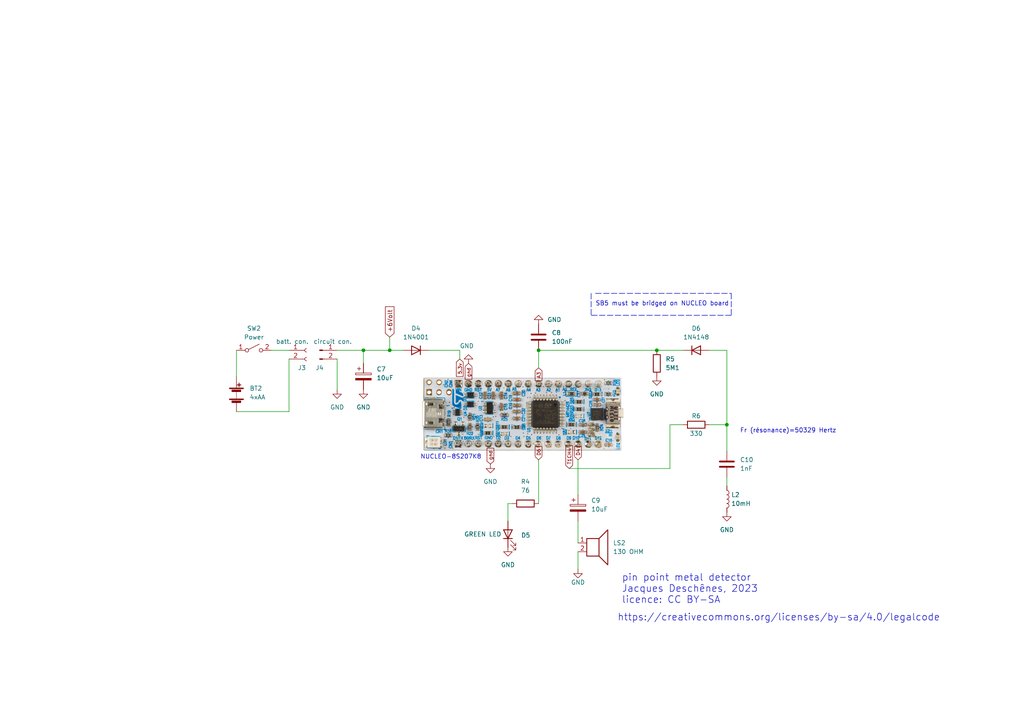
<source format=kicad_sch>
(kicad_sch (version 20211123) (generator eeschema)
  (paper "A4")
  (lib_symbols
    (symbol "Connector:Conn_01x02_Female" (pin_names (offset 1.016) hide)
      (property "Reference" "J" (at 0 2.54 0))
      (property "Value" "Conn_01x02_Female" (at 0 -5.08 0))
      (symbol "Conn_01x02_Female_1_1"
        (arc (start 0 -2.032) (mid -0.508 -2.54) (end 0 -3.048) (stroke (width 0.1524)))
        (polyline (pts (xy -1.27 -2.54) (xy -0.508 -2.54)) (stroke (width 0.1524)))
        (polyline (pts (xy -1.27 0) (xy -0.508 0)) (stroke (width 0.1524)))
        (arc (start 0 0.508) (mid -0.508 0) (end 0 -0.508) (stroke (width 0.1524)))
        (pin passive line (at -5.08 0 0) (length 3.81) (name "Pin_1") (number "1"))
        (pin passive line (at -5.08 -2.54 0) (length 3.81) (name "Pin_2") (number "2"))
      )
    )
    (symbol "Connector:Conn_01x02_Male" (pin_names (offset 1.016) hide)
      (property "Reference" "J" (at 0 2.54 0))
      (property "Value" "Conn_01x02_Male" (at 0 -5.08 0))
      (symbol "Conn_01x02_Male_1_1"
        (polyline (pts (xy 1.27 -2.54) (xy 0.8636 -2.54)) (stroke (width 0.1524)))
        (polyline (pts (xy 1.27 0) (xy 0.8636 0)) (stroke (width 0.1524)))
        (rectangle (start 0.8636 -2.413) (end 0 -2.667) (stroke (width 0.1524)) (fill (type outline)))
        (rectangle (start 0.8636 0.127) (end 0 -0.127) (stroke (width 0.1524)) (fill (type outline)))
        (pin passive line (at 5.08 0 180) (length 3.81) (name "Pin_1") (number "1"))
        (pin passive line (at 5.08 -2.54 180) (length 3.81) (name "Pin_2") (number "2"))
      )
    )
    (symbol "Device:Battery" (pin_numbers hide) (pin_names (offset 0) hide)
      (property "Reference" "BT" (at 2.54 2.54 0))
      (property "Value" "Battery" (at 2.54 0 0))
      (symbol "Battery_0_1"
        (rectangle (start -2.032 -1.397) (end 2.032 -1.651) (fill (type outline)))
        (rectangle (start -2.032 1.778) (end 2.032 1.524) (fill (type outline)))
        (rectangle (start -1.3208 -1.9812) (end 1.27 -2.4892) (fill (type outline)))
        (rectangle (start -1.3208 1.1938) (end 1.27 0.6858) (fill (type outline)))
        (polyline (pts (xy 0 -1.524) (xy 0 -1.27)))
        (polyline (pts (xy 0 -1.016) (xy 0 -0.762)))
        (polyline (pts (xy 0 -0.508) (xy 0 -0.254)))
        (polyline (pts (xy 0 0) (xy 0 0.254)))
        (polyline (pts (xy 0 0.508) (xy 0 0.762)))
        (polyline (pts (xy 0 1.778) (xy 0 2.54)))
        (polyline (pts (xy 0.254 2.667) (xy 1.27 2.667)) (stroke (width 0.254)))
        (polyline (pts (xy 0.762 3.175) (xy 0.762 2.159)) (stroke (width 0.254)))
      )
      (symbol "Battery_1_1"
        (pin passive line (at 0 5.08 270) (length 2.54) (name "+") (number "1"))
        (pin passive line (at 0 -5.08 90) (length 2.54) (name "-") (number "2"))
      )
    )
    (symbol "Device:C" (pin_numbers hide) (pin_names (offset 0.254))
      (property "Reference" "C" (at 0.635 2.54 0))
      (property "Value" "C" (at 0.635 -2.54 0))
      (symbol "C_0_1"
        (polyline (pts (xy -2.032 -0.762) (xy 2.032 -0.762)) (stroke (width 0.508)))
        (polyline (pts (xy -2.032 0.762) (xy 2.032 0.762)) (stroke (width 0.508)))
      )
      (symbol "C_1_1"
        (pin passive line (at 0 3.81 270) (length 2.794) (name "~") (number "1"))
        (pin passive line (at 0 -3.81 90) (length 2.794) (name "~") (number "2"))
      )
    )
    (symbol "Device:C_Polarized" (pin_numbers hide) (pin_names (offset 0.254))
      (property "Reference" "C" (at 0.635 2.54 0))
      (property "Value" "C_Polarized" (at 0.635 -2.54 0))
      (symbol "C_Polarized_0_1"
        (rectangle (start -2.286 0.508) (end 2.286 1.016))
        (polyline (pts (xy -1.778 2.286) (xy -0.762 2.286)))
        (polyline (pts (xy -1.27 2.794) (xy -1.27 1.778)))
        (rectangle (start 2.286 -0.508) (end -2.286 -1.016) (fill (type outline)))
      )
      (symbol "C_Polarized_1_1"
        (pin passive line (at 0 3.81 270) (length 2.794) (name "~") (number "1"))
        (pin passive line (at 0 -3.81 90) (length 2.794) (name "~") (number "2"))
      )
    )
    (symbol "Device:L" (pin_numbers hide) (pin_names (offset 1.016) hide)
      (property "Reference" "L" (at -1.27 0 90))
      (property "Value" "L" (at 1.905 0 90))
      (symbol "L_0_1"
        (arc (start 0 -2.54) (mid 0.635 -1.905) (end 0 -1.27))
        (arc (start 0 -1.27) (mid 0.635 -0.635) (end 0 0))
        (arc (start 0 0) (mid 0.635 0.635) (end 0 1.27))
        (arc (start 0 1.27) (mid 0.635 1.905) (end 0 2.54))
      )
      (symbol "L_1_1"
        (pin passive line (at 0 3.81 270) (length 1.27) (name "1") (number "1"))
        (pin passive line (at 0 -3.81 90) (length 1.27) (name "2") (number "2"))
      )
    )
    (symbol "Device:LED" (pin_numbers hide) (pin_names (offset 1.016) hide)
      (property "Reference" "D" (at 0 2.54 0))
      (property "Value" "LED" (at 0 -2.54 0))
      (symbol "LED_0_1"
        (polyline (pts (xy -1.27 -1.27) (xy -1.27 1.27)) (stroke (width 0.254)))
        (polyline (pts (xy -1.27 0) (xy 1.27 0)))
        (polyline (pts (xy 1.27 -1.27) (xy 1.27 1.27) (xy -1.27 0) (xy 1.27 -1.27)) (stroke (width 0.254)))
        (polyline (pts (xy -3.048 -0.762) (xy -4.572 -2.286) (xy -3.81 -2.286) (xy -4.572 -2.286) (xy -4.572 -1.524)))
        (polyline (pts (xy -1.778 -0.762) (xy -3.302 -2.286) (xy -2.54 -2.286) (xy -3.302 -2.286) (xy -3.302 -1.524)))
      )
      (symbol "LED_1_1"
        (pin passive line (at -3.81 0 0) (length 2.54) (name "K") (number "1"))
        (pin passive line (at 3.81 0 180) (length 2.54) (name "A") (number "2"))
      )
    )
    (symbol "Device:R" (pin_numbers hide) (pin_names (offset 0))
      (property "Reference" "R" (at 2.032 0 90))
      (property "Value" "R" (at 0 0 90))
      (symbol "R_0_1"
        (rectangle (start -1.016 -2.54) (end 1.016 2.54) (stroke (width 0.254)))
      )
      (symbol "R_1_1"
        (pin passive line (at 0 3.81 270) (length 1.27) (name "~") (number "1"))
        (pin passive line (at 0 -3.81 90) (length 1.27) (name "~") (number "2"))
      )
    )
    (symbol "Device:Speaker" (pin_names (offset 0) hide)
      (property "Reference" "LS" (at 1.27 5.715 0))
      (property "Value" "Speaker" (at 1.27 3.81 0))
      (symbol "Speaker_0_0"
        (rectangle (start -2.54 1.27) (end 1.016 -3.81) (stroke (width 0.254)))
        (polyline (pts (xy 1.016 1.27) (xy 3.556 3.81) (xy 3.556 -6.35) (xy 1.016 -3.81)) (stroke (width 0.254)))
      )
      (symbol "Speaker_1_1"
        (pin input line (at -5.08 0 0) (length 2.54) (name "1") (number "1"))
        (pin input line (at -5.08 -2.54 0) (length 2.54) (name "2") (number "2"))
      )
    )
    (symbol "Diode:1N4001" (pin_numbers hide) (pin_names (offset 1.016) hide)
      (property "Reference" "D" (at 0 2.54 0))
      (property "Value" "1N4001" (at 0 -2.54 0))
      (symbol "1N4001_0_1"
        (polyline (pts (xy -1.27 1.27) (xy -1.27 -1.27)) (stroke (width 0.254)))
        (polyline (pts (xy 1.27 0) (xy -1.27 0)))
        (polyline (pts (xy 1.27 1.27) (xy 1.27 -1.27) (xy -1.27 0) (xy 1.27 1.27)) (stroke (width 0.254)))
      )
      (symbol "1N4001_1_1"
        (pin passive line (at -3.81 0 0) (length 2.54) (name "K") (number "1"))
        (pin passive line (at 3.81 0 180) (length 2.54) (name "A") (number "2"))
      )
    )
    (symbol "Diode:1N4148" (pin_numbers hide) (pin_names (offset 1.016) hide)
      (property "Reference" "D" (at 0 2.54 0))
      (property "Value" "1N4148" (at 0 -2.54 0))
      (symbol "1N4148_0_1"
        (polyline (pts (xy -1.27 1.27) (xy -1.27 -1.27)) (stroke (width 0.254)))
        (polyline (pts (xy 1.27 0) (xy -1.27 0)))
        (polyline (pts (xy 1.27 1.27) (xy 1.27 -1.27) (xy -1.27 0) (xy 1.27 1.27)) (stroke (width 0.254)))
      )
      (symbol "1N4148_1_1"
        (pin passive line (at -3.81 0 0) (length 2.54) (name "K") (number "1"))
        (pin passive line (at 3.81 0 180) (length 2.54) (name "A") (number "2"))
      )
    )
    (symbol "Switch:SW_SPST" (pin_names (offset 0) hide)
      (property "Reference" "SW" (at 0 3.175 0))
      (property "Value" "SW_SPST" (at 0 -2.54 0))
      (symbol "SW_SPST_0_0"
        (circle (center -2.032 0) (radius 0.508))
        (polyline (pts (xy -1.524 0.254) (xy 1.524 1.778)))
        (circle (center 2.032 0) (radius 0.508))
      )
      (symbol "SW_SPST_1_1"
        (pin passive line (at -5.08 0 0) (length 2.54) (name "A") (number "1"))
        (pin passive line (at 5.08 0 180) (length 2.54) (name "B") (number "2"))
      )
    )
    (symbol "power:GND" (power) (pin_names (offset 0))
      (property "Value" "GND" (at 0 -3.81 0))
      (symbol "GND_0_1"
        (polyline (pts (xy 0 0) (xy 0 -1.27) (xy 1.27 -1.27) (xy 0 -2.54) (xy -1.27 -1.27) (xy 0 -1.27)))
      )
      (symbol "GND_1_1"
        (pin power_in line (at 0 0 270) (length 0) hide (name "GND") (number "1"))
      )
    )
  )
  (junction (at 156.21 101.6))
  (junction (at 190.5 101.6))
  (junction (at 113.03 101.6))
  (junction (at 210.82 123.19))
  (junction (at 105.41 101.6))
  (wire (pts (xy 105.41 101.6) (xy 113.03 101.6)))
  (wire (pts (xy 113.03 101.6) (xy 116.84 101.6)))
  (wire (pts (xy 205.74 123.19) (xy 210.82 123.19)))
  (wire (pts (xy 105.41 101.6) (xy 105.41 105.41)))
  (wire (pts (xy 97.79 104.14) (xy 97.79 113.03)))
  (wire (pts (xy 124.46 101.6) (xy 133.35 101.6)))
  (wire (pts (xy 68.58 119.38) (xy 83.82 119.38)))
  (wire (pts (xy 210.82 101.6) (xy 205.74 101.6)))
  (polyline (pts (xy 212.09 91.44) (xy 171.45 91.44)))
  (wire (pts (xy 167.64 160.02) (xy 167.64 165.1)))
  (wire (pts (xy 194.31 123.19) (xy 198.12 123.19)))
  (wire (pts (xy 190.5 101.6) (xy 198.12 101.6)))
  (wire (pts (xy 210.82 101.6) (xy 210.82 123.19)))
  (wire (pts (xy 148.59 146.05) (xy 147.32 146.05)))
  (wire (pts (xy 210.82 123.19) (xy 210.82 130.81)))
  (wire (pts (xy 156.21 101.6) (xy 156.21 106.68)))
  (polyline (pts (xy 212.09 85.09) (xy 212.09 91.44)))
  (wire (pts (xy 165.1 135.89) (xy 194.31 135.89)))
  (wire (pts (xy 156.21 101.6) (xy 190.5 101.6)))
  (wire (pts (xy 68.58 101.6) (xy 68.58 109.22)))
  (wire (pts (xy 97.79 101.6) (xy 105.41 101.6)))
  (wire (pts (xy 167.64 151.13) (xy 167.64 157.48)))
  (wire (pts (xy 113.03 101.6) (xy 113.03 97.79)))
  (polyline (pts (xy 171.45 85.09) (xy 171.45 91.44)))
  (wire (pts (xy 167.64 133.35) (xy 167.64 143.51)))
  (wire (pts (xy 147.32 146.05) (xy 147.32 151.13)))
  (wire (pts (xy 210.82 138.43) (xy 210.82 140.97)))
  (wire (pts (xy 78.74 101.6) (xy 83.82 101.6)))
  (polyline (pts (xy 172.72 85.09) (xy 212.09 85.09)))
  (wire (pts (xy 194.31 135.89) (xy 194.31 123.19)))
  (wire (pts (xy 156.21 133.35) (xy 156.21 146.05)))
  (wire (pts (xy 133.35 101.6) (xy 133.35 104.14)))
  (wire (pts (xy 83.82 119.38) (xy 83.82 104.14)))
  (image (at 152.4 119.38))
  (text "pin point metal detector\nJacques Deschênes, 2023\nlicence: CC BY-SA\n" (at 180.34 175.26 0) (effects (font (size 2 2)) (justify left bottom)))
  (text "Fr (résonance)=50329 Hertz\n" (at 214.63 125.73 0) (effects (font (size 1.27 1.27)) (justify left bottom)))
  (text "SB5 must be bridged on NUCLEO board \n" (at 172.72 88.9 0) (effects (font (size 1.27 1.27)) (justify left bottom)))
  (text "NUCLEO-8S207K8" (at 121.92 133.35 0) (effects (font (size 1.27 1.27)) (justify left bottom)))
  (text "https://creativecommons.org/licenses/by-sa/4.0/legalcode" (at 179.07 180.34 0) (effects (font (size 2 2)) (justify left bottom)))
  (global_label "T1CH4" (shape input) (at 165.1 135.89 90) (effects (font (size 1 1))) (property "Références Inter-Feuilles" "${INTERSHEET_REFS}" (effects hide)))
  (global_label "gnd" (shape input) (at 135.89 105.41 270) (effects (font (size 1 1))) (property "Références Inter-Feuilles" "${INTERSHEET_REFS}" (effects hide)))
  (global_label "D4" (shape input) (at 167.64 133.35 90) (effects (font (size 1 1))) (property "Références Inter-Feuilles" "${INTERSHEET_REFS}" (effects hide)))
  (global_label "A3" (shape input) (at 156.21 106.68 270) (effects (font (size 1 1))) (property "Références Inter-Feuilles" "${INTERSHEET_REFS}" (effects hide)))
  (global_label "5.3v" (shape input) (at 133.35 104.14 270) (effects (font (size 1 1))) (property "Références Inter-Feuilles" "${INTERSHEET_REFS}" (effects hide)))
  (global_label "D6" (shape input) (at 156.21 133.35 90) (effects (font (size 1 1))) (property "Références Inter-Feuilles" "${INTERSHEET_REFS}" (effects hide)))
  (global_label "+6Volt" (shape input) (at 113.03 97.79 90) (property "Références Inter-Feuilles" "${INTERSHEET_REFS}" (effects hide)))
  (global_label "gnd" (shape input) (at 142.24 134.62 90) (effects (font (size 1 1))) (property "Références Inter-Feuilles" "${INTERSHEET_REFS}" (effects hide)))
  (symbol (lib_id "Device:C") (at 210.82 134.62 0) (unit 1)
    (property "Reference" "C10" (at 214.63 133.3499 0) (effects (justify left)))
    (property "Value" "1nF" (at 214.63 135.8899 0) (effects (justify left)))
  )
  (symbol (lib_id "power:GND") (at 147.32 158.75 0) (unit 1)
    (property "Reference" "#PWR015" (effects hide))
    (property "Value" "GND" (at 147.32 163.83 0))
  )
  (symbol (lib_id "power:GND") (at 97.79 113.03 0) (unit 1)
    (property "Reference" "#PWR011" (effects hide))
    (property "Value" "GND" (at 97.79 118.11 0))
  )
  (symbol (lib_id "Device:Battery") (at 68.58 114.3 0) (unit 1)
    (property "Reference" "BT2" (at 72.39 112.6489 0) (effects (justify left)))
    (property "Value" "4xAA" (at 72.39 115.1889 0) (effects (justify left)))
  )
  (symbol (lib_id "Diode:1N4148") (at 201.93 101.6 0) (unit 1)
    (property "Reference" "D6" (at 201.93 95.25 0))
    (property "Value" "1N4148" (at 201.93 97.79 0))
    (property "Footprint" "Diode_THT:D_DO-35_SOD27_P7.62mm_Horizontal" (effects hide))
    (property "Datasheet" "https://assets.nexperia.com/documents/data-sheet/1N4148_1N4448.pdf" (effects hide))
  )
  (symbol (lib_id "power:GND") (at 156.21 93.98 180) (unit 1)
    (property "Reference" "#PWR016" (effects hide))
    (property "Value" "GND" (at 158.75 92.7099 0) (effects (justify right)))
  )
  (symbol (lib_id "Connector:Conn_01x02_Female") (at 88.9 101.6 0) (unit 1)
    (property "Reference" "J3" (at 86.36 106.68 0) (effects (justify left)))
    (property "Value" "batt. con." (at 80.01 99.06 0) (effects (justify left)))
  )
  (symbol (lib_id "Device:R") (at 152.4 146.05 90) (unit 1)
    (property "Reference" "R4" (at 152.4 139.7 90))
    (property "Value" "76" (at 152.4 142.24 90))
  )
  (symbol (lib_id "Device:C") (at 156.21 97.79 0) (unit 1)
    (property "Reference" "C8" (at 160.02 96.5199 0) (effects (justify left)))
    (property "Value" "100nF" (at 160.02 99.0599 0) (effects (justify left)))
  )
  (symbol (lib_id "power:GND") (at 135.89 105.41 180) (unit 1)
    (property "Reference" "#PWR013" (effects hide))
    (property "Value" "GND" (at 133.35 100.33 0) (effects (justify right)))
  )
  (symbol (lib_id "Device:C_Polarized") (at 167.64 147.32 0) (unit 1)
    (property "Reference" "C9" (at 171.45 145.1609 0) (effects (justify left)))
    (property "Value" "10uF" (at 171.45 147.7009 0) (effects (justify left)))
  )
  (symbol (lib_id "Device:LED") (at 147.32 154.94 90) (unit 1)
    (property "Reference" "D5" (at 151.13 155.2574 90) (effects (justify right)))
    (property "Value" "GREEN LED" (at 134.62 154.94 90) (effects (justify right)))
  )
  (symbol (lib_id "Connector:Conn_01x02_Male") (at 92.71 101.6 0) (unit 1)
    (property "Reference" "J4" (at 92.71 106.68 0))
    (property "Value" "circuit con." (at 96.52 99.06 0))
  )
  (symbol (lib_id "Device:R") (at 190.5 105.41 0) (unit 1)
    (property "Reference" "R5" (at 193.04 104.1399 0) (effects (justify left)))
    (property "Value" "5M1" (at 193.04 106.6799 0) (effects (justify left)))
  )
  (symbol (lib_id "power:GND") (at 167.64 165.1 0) (unit 1)
    (property "Reference" "#PWR017" (effects hide))
    (property "Value" "GND" (at 167.64 168.91 0))
  )
  (symbol (lib_id "Device:Speaker") (at 172.72 157.48 0) (unit 1)
    (property "Reference" "LS2" (at 177.8 157.4799 0) (effects (justify left)))
    (property "Value" "130 OHM" (at 177.8 160.0199 0) (effects (justify left)))
  )
  (symbol (lib_id "Diode:1N4001") (at 120.65 101.6 180) (unit 1)
    (property "Reference" "D4" (at 120.65 95.25 0))
    (property "Value" "1N4001" (at 120.65 97.79 0))
    (property "Footprint" "Diode_THT:D_DO-41_SOD81_P10.16mm_Horizontal" (effects hide))
    (property "Datasheet" "http://www.vishay.com/docs/88503/1n4001.pdf" (effects hide))
  )
  (symbol (lib_id "Switch:SW_SPST") (at 73.66 101.6 0) (unit 1)
    (property "Reference" "SW2" (at 73.66 95.25 0))
    (property "Value" "Power" (at 73.66 97.79 0))
  )
  (symbol (lib_id "power:GND") (at 142.24 134.62 0) (unit 1)
    (property "Reference" "#PWR014" (effects hide))
    (property "Value" "GND" (at 142.24 139.7 0))
  )
  (symbol (lib_id "power:GND") (at 105.41 113.03 0) (unit 1)
    (property "Reference" "#PWR012" (effects hide))
    (property "Value" "GND" (at 105.41 118.11 0))
  )
  (symbol (lib_id "power:GND") (at 190.5 109.22 0) (unit 1)
    (property "Reference" "#PWR018" (effects hide))
    (property "Value" "GND" (at 190.5 114.3 0))
  )
  (symbol (lib_id "Device:L") (at 210.82 144.78 0) (unit 1)
    (property "Reference" "L2" (at 212.09 143.5099 0) (effects (justify left)))
    (property "Value" "10mH" (at 212.09 146.0499 0) (effects (justify left)))
  )
  (symbol (lib_id "power:GND") (at 210.82 148.59 0) (unit 1)
    (property "Reference" "#PWR019" (effects hide))
    (property "Value" "GND" (at 210.82 153.67 0))
  )
  (symbol (lib_id "Device:C_Polarized") (at 105.41 109.22 0) (unit 1)
    (property "Reference" "C7" (at 109.22 107.0609 0) (effects (justify left)))
    (property "Value" "10uF" (at 109.22 109.6009 0) (effects (justify left)))
  )
  (symbol (lib_id "Device:R") (at 201.93 123.19 90) (unit 1)
    (property "Reference" "R6" (at 201.93 120.65 90))
    (property "Value" "330" (at 201.93 125.73 90))
  )
)
</source>
